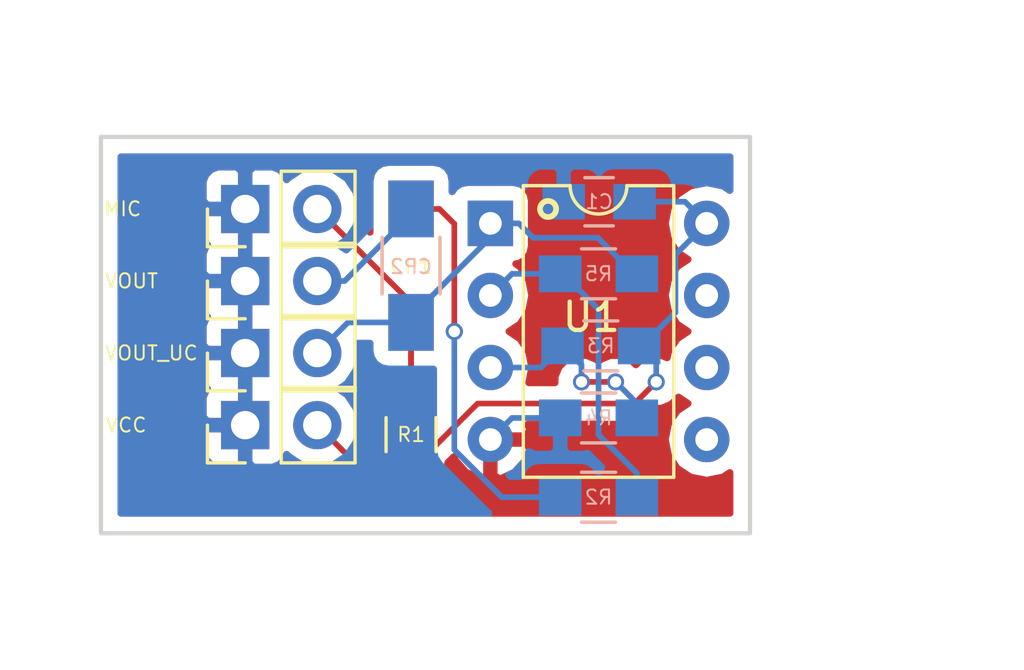
<source format=kicad_pcb>
(kicad_pcb (version 4) (host pcbnew 4.0.5)

  (general
    (links 21)
    (no_connects 2)
    (area 0 0 0 0)
    (thickness 1.6)
    (drawings 6)
    (tracks 61)
    (zones 0)
    (modules 13)
    (nets 9)
  )

  (page A4)
  (layers
    (0 F.Cu signal)
    (31 B.Cu signal)
    (32 B.Adhes user)
    (33 F.Adhes user)
    (34 B.Paste user)
    (35 F.Paste user)
    (36 B.SilkS user)
    (37 F.SilkS user)
    (38 B.Mask user)
    (39 F.Mask user)
    (40 Dwgs.User user)
    (41 Cmts.User user)
    (42 Eco1.User user)
    (43 Eco2.User user)
    (44 Edge.Cuts user)
    (45 Margin user)
    (46 B.CrtYd user)
    (47 F.CrtYd user)
    (48 B.Fab user hide)
    (49 F.Fab user hide)
  )

  (setup
    (last_trace_width 0.2)
    (trace_clearance 0.2)
    (zone_clearance 0.508)
    (zone_45_only no)
    (trace_min 0.2)
    (segment_width 0.2)
    (edge_width 0.15)
    (via_size 0.6)
    (via_drill 0.4)
    (via_min_size 0.4)
    (via_min_drill 0.3)
    (uvia_size 0.3)
    (uvia_drill 0.1)
    (uvias_allowed no)
    (uvia_min_size 0.2)
    (uvia_min_drill 0.1)
    (pcb_text_width 0.3)
    (pcb_text_size 1.5 1.5)
    (mod_edge_width 0.15)
    (mod_text_size 1 1)
    (mod_text_width 0.15)
    (pad_size 1.524 1.524)
    (pad_drill 0.762)
    (pad_to_mask_clearance 0.2)
    (aux_axis_origin 0 0)
    (visible_elements 7FFFFFFF)
    (pcbplotparams
      (layerselection 0x00030_80000001)
      (usegerberextensions false)
      (excludeedgelayer true)
      (linewidth 0.100000)
      (plotframeref false)
      (viasonmask false)
      (mode 1)
      (useauxorigin false)
      (hpglpennumber 1)
      (hpglpenspeed 20)
      (hpglpendiameter 15)
      (hpglpenoverlay 2)
      (psnegative false)
      (psa4output false)
      (plotreference true)
      (plotvalue true)
      (plotinvisibletext false)
      (padsonsilk false)
      (subtractmaskfromsilk false)
      (outputformat 1)
      (mirror false)
      (drillshape 1)
      (scaleselection 1)
      (outputdirectory ""))
  )

  (net 0 "")
  (net 1 VCC)
  (net 2 GND)
  (net 3 MIC)
  (net 4 "Net-(CP1-Pad2)")
  (net 5 VOUT_UC)
  (net 6 VOUT)
  (net 7 "Net-(R2-Pad1)")
  (net 8 "Net-(R3-Pad2)")

  (net_class Default "This is the default net class."
    (clearance 0.2)
    (trace_width 0.2)
    (via_dia 0.6)
    (via_drill 0.4)
    (uvia_dia 0.3)
    (uvia_drill 0.1)
    (add_net GND)
    (add_net MIC)
    (add_net "Net-(CP1-Pad2)")
    (add_net "Net-(R2-Pad1)")
    (add_net "Net-(R3-Pad2)")
    (add_net VCC)
    (add_net VOUT)
    (add_net VOUT_UC)
  )

  (module Capacitors_SMD:C_0805_HandSoldering (layer B.Cu) (tedit 5A3AC288) (tstamp 5A3AB999)
    (at 152.166 93.726 180)
    (descr "Capacitor SMD 0805, hand soldering")
    (tags "capacitor 0805")
    (path /5A3A8719)
    (attr smd)
    (fp_text reference C1 (at 0 0 180) (layer B.SilkS)
      (effects (font (size 0.5 0.5) (thickness 0.07)) (justify mirror))
    )
    (fp_text value 100nF (at 0 -1.75 180) (layer B.Fab)
      (effects (font (size 1 1) (thickness 0.15)) (justify mirror))
    )
    (fp_text user %R (at 0 1.75 180) (layer B.Fab)
      (effects (font (size 1 1) (thickness 0.15)) (justify mirror))
    )
    (fp_line (start -1 -0.62) (end -1 0.62) (layer B.Fab) (width 0.1))
    (fp_line (start 1 -0.62) (end -1 -0.62) (layer B.Fab) (width 0.1))
    (fp_line (start 1 0.62) (end 1 -0.62) (layer B.Fab) (width 0.1))
    (fp_line (start -1 0.62) (end 1 0.62) (layer B.Fab) (width 0.1))
    (fp_line (start 0.5 0.85) (end -0.5 0.85) (layer B.SilkS) (width 0.12))
    (fp_line (start -0.5 -0.85) (end 0.5 -0.85) (layer B.SilkS) (width 0.12))
    (fp_line (start -2.25 0.88) (end 2.25 0.88) (layer B.CrtYd) (width 0.05))
    (fp_line (start -2.25 0.88) (end -2.25 -0.87) (layer B.CrtYd) (width 0.05))
    (fp_line (start 2.25 -0.87) (end 2.25 0.88) (layer B.CrtYd) (width 0.05))
    (fp_line (start 2.25 -0.87) (end -2.25 -0.87) (layer B.CrtYd) (width 0.05))
    (pad 1 smd rect (at -1.25 0 180) (size 1.5 1.25) (layers B.Cu B.Paste B.Mask)
      (net 1 VCC))
    (pad 2 smd rect (at 1.25 0 180) (size 1.5 1.25) (layers B.Cu B.Paste B.Mask)
      (net 2 GND))
    (model Capacitors_SMD.3dshapes/C_0805.wrl
      (at (xyz 0 0 0))
      (scale (xyz 1 1 1))
      (rotate (xyz 0 0 0))
    )
  )

  (module Capacitors_SMD:C_1206_HandSoldering (layer F.Cu) (tedit 5A3AC19B) (tstamp 5A3AB9AA)
    (at 145.542 95.98 90)
    (descr "Capacitor SMD 1206, hand soldering")
    (tags "capacitor 1206")
    (path /5A3A81A7)
    (attr smd)
    (fp_text reference CP1 (at -0.032 0 180) (layer F.SilkS)
      (effects (font (size 0.5 0.5) (thickness 0.07)))
    )
    (fp_text value 10uF (at 0 2 90) (layer F.Fab)
      (effects (font (size 1 1) (thickness 0.15)))
    )
    (fp_text user %R (at 0 -1.75 90) (layer F.Fab)
      (effects (font (size 1 1) (thickness 0.15)))
    )
    (fp_line (start -1.6 0.8) (end -1.6 -0.8) (layer F.Fab) (width 0.1))
    (fp_line (start 1.6 0.8) (end -1.6 0.8) (layer F.Fab) (width 0.1))
    (fp_line (start 1.6 -0.8) (end 1.6 0.8) (layer F.Fab) (width 0.1))
    (fp_line (start -1.6 -0.8) (end 1.6 -0.8) (layer F.Fab) (width 0.1))
    (fp_line (start 1 -1.02) (end -1 -1.02) (layer F.SilkS) (width 0.12))
    (fp_line (start -1 1.02) (end 1 1.02) (layer F.SilkS) (width 0.12))
    (fp_line (start -3.25 -1.05) (end 3.25 -1.05) (layer F.CrtYd) (width 0.05))
    (fp_line (start -3.25 -1.05) (end -3.25 1.05) (layer F.CrtYd) (width 0.05))
    (fp_line (start 3.25 1.05) (end 3.25 -1.05) (layer F.CrtYd) (width 0.05))
    (fp_line (start 3.25 1.05) (end -3.25 1.05) (layer F.CrtYd) (width 0.05))
    (pad 1 smd rect (at -2 0 90) (size 2 1.6) (layers F.Cu F.Paste F.Mask)
      (net 3 MIC))
    (pad 2 smd rect (at 2 0 90) (size 2 1.6) (layers F.Cu F.Paste F.Mask)
      (net 4 "Net-(CP1-Pad2)"))
    (model Capacitors_SMD.3dshapes/C_1206.wrl
      (at (xyz 0 0 0))
      (scale (xyz 1 1 1))
      (rotate (xyz 0 0 0))
    )
  )

  (module Capacitors_SMD:C_1206_HandSoldering (layer B.Cu) (tedit 5A3AC2AA) (tstamp 5A3AB9BB)
    (at 145.542 95.98 90)
    (descr "Capacitor SMD 1206, hand soldering")
    (tags "capacitor 1206")
    (path /5A3A82D8)
    (attr smd)
    (fp_text reference CP2 (at -0.032 0 180) (layer B.SilkS)
      (effects (font (size 0.5 0.5) (thickness 0.07)) (justify mirror))
    )
    (fp_text value 220uF (at 0 -2 90) (layer B.Fab)
      (effects (font (size 1 1) (thickness 0.15)) (justify mirror))
    )
    (fp_text user %R (at 0 1.75 90) (layer B.Fab)
      (effects (font (size 1 1) (thickness 0.15)) (justify mirror))
    )
    (fp_line (start -1.6 -0.8) (end -1.6 0.8) (layer B.Fab) (width 0.1))
    (fp_line (start 1.6 -0.8) (end -1.6 -0.8) (layer B.Fab) (width 0.1))
    (fp_line (start 1.6 0.8) (end 1.6 -0.8) (layer B.Fab) (width 0.1))
    (fp_line (start -1.6 0.8) (end 1.6 0.8) (layer B.Fab) (width 0.1))
    (fp_line (start 1 1.02) (end -1 1.02) (layer B.SilkS) (width 0.12))
    (fp_line (start -1 -1.02) (end 1 -1.02) (layer B.SilkS) (width 0.12))
    (fp_line (start -3.25 1.05) (end 3.25 1.05) (layer B.CrtYd) (width 0.05))
    (fp_line (start -3.25 1.05) (end -3.25 -1.05) (layer B.CrtYd) (width 0.05))
    (fp_line (start 3.25 -1.05) (end 3.25 1.05) (layer B.CrtYd) (width 0.05))
    (fp_line (start 3.25 -1.05) (end -3.25 -1.05) (layer B.CrtYd) (width 0.05))
    (pad 1 smd rect (at -2 0 90) (size 2 1.6) (layers B.Cu B.Paste B.Mask)
      (net 5 VOUT_UC))
    (pad 2 smd rect (at 2 0 90) (size 2 1.6) (layers B.Cu B.Paste B.Mask)
      (net 6 VOUT))
    (model Capacitors_SMD.3dshapes/C_1206.wrl
      (at (xyz 0 0 0))
      (scale (xyz 1 1 1))
      (rotate (xyz 0 0 0))
    )
  )

  (module Pin_Headers:Pin_Header_Straight_1x02_Pitch2.54mm (layer F.Cu) (tedit 5A3AC0F6) (tstamp 5A3AB9D1)
    (at 139.7 93.98 90)
    (descr "Through hole straight pin header, 1x02, 2.54mm pitch, single row")
    (tags "Through hole pin header THT 1x02 2.54mm single row")
    (path /5A3A9B00)
    (fp_text reference MIC (at 0 -4.318 180) (layer F.SilkS)
      (effects (font (size 0.5 0.5) (thickness 0.07)))
    )
    (fp_text value CONN_01X02 (at 0 4.87 90) (layer F.Fab)
      (effects (font (size 1 1) (thickness 0.15)))
    )
    (fp_line (start -0.635 -1.27) (end 1.27 -1.27) (layer F.Fab) (width 0.1))
    (fp_line (start 1.27 -1.27) (end 1.27 3.81) (layer F.Fab) (width 0.1))
    (fp_line (start 1.27 3.81) (end -1.27 3.81) (layer F.Fab) (width 0.1))
    (fp_line (start -1.27 3.81) (end -1.27 -0.635) (layer F.Fab) (width 0.1))
    (fp_line (start -1.27 -0.635) (end -0.635 -1.27) (layer F.Fab) (width 0.1))
    (fp_line (start -1.33 3.87) (end 1.33 3.87) (layer F.SilkS) (width 0.12))
    (fp_line (start -1.33 1.27) (end -1.33 3.87) (layer F.SilkS) (width 0.12))
    (fp_line (start 1.33 1.27) (end 1.33 3.87) (layer F.SilkS) (width 0.12))
    (fp_line (start -1.33 1.27) (end 1.33 1.27) (layer F.SilkS) (width 0.12))
    (fp_line (start -1.33 0) (end -1.33 -1.33) (layer F.SilkS) (width 0.12))
    (fp_line (start -1.33 -1.33) (end 0 -1.33) (layer F.SilkS) (width 0.12))
    (fp_line (start -1.8 -1.8) (end -1.8 4.35) (layer F.CrtYd) (width 0.05))
    (fp_line (start -1.8 4.35) (end 1.8 4.35) (layer F.CrtYd) (width 0.05))
    (fp_line (start 1.8 4.35) (end 1.8 -1.8) (layer F.CrtYd) (width 0.05))
    (fp_line (start 1.8 -1.8) (end -1.8 -1.8) (layer F.CrtYd) (width 0.05))
    (fp_text user %R (at 0 1.27 180) (layer F.Fab)
      (effects (font (size 1 1) (thickness 0.15)))
    )
    (pad 1 thru_hole rect (at 0 0 90) (size 1.7 1.7) (drill 1) (layers *.Cu *.Mask)
      (net 2 GND))
    (pad 2 thru_hole oval (at 0 2.54 90) (size 1.7 1.7) (drill 1) (layers *.Cu *.Mask)
      (net 3 MIC))
    (model ${KISYS3DMOD}/Pin_Headers.3dshapes/Pin_Header_Straight_1x02_Pitch2.54mm.wrl
      (at (xyz 0 0 0))
      (scale (xyz 1 1 1))
      (rotate (xyz 0 0 0))
    )
  )

  (module Pin_Headers:Pin_Header_Straight_1x02_Pitch2.54mm (layer F.Cu) (tedit 5A3AC0E4) (tstamp 5A3AB9E7)
    (at 139.7 96.52 90)
    (descr "Through hole straight pin header, 1x02, 2.54mm pitch, single row")
    (tags "Through hole pin header THT 1x02 2.54mm single row")
    (path /5A3A9FAB)
    (fp_text reference VOUT (at 0 -4.0005 180) (layer F.SilkS)
      (effects (font (size 0.5 0.5) (thickness 0.07)))
    )
    (fp_text value CONN_01X02 (at 0 4.87 90) (layer F.Fab)
      (effects (font (size 1 1) (thickness 0.15)))
    )
    (fp_line (start -0.635 -1.27) (end 1.27 -1.27) (layer F.Fab) (width 0.1))
    (fp_line (start 1.27 -1.27) (end 1.27 3.81) (layer F.Fab) (width 0.1))
    (fp_line (start 1.27 3.81) (end -1.27 3.81) (layer F.Fab) (width 0.1))
    (fp_line (start -1.27 3.81) (end -1.27 -0.635) (layer F.Fab) (width 0.1))
    (fp_line (start -1.27 -0.635) (end -0.635 -1.27) (layer F.Fab) (width 0.1))
    (fp_line (start -1.33 3.87) (end 1.33 3.87) (layer F.SilkS) (width 0.12))
    (fp_line (start -1.33 1.27) (end -1.33 3.87) (layer F.SilkS) (width 0.12))
    (fp_line (start 1.33 1.27) (end 1.33 3.87) (layer F.SilkS) (width 0.12))
    (fp_line (start -1.33 1.27) (end 1.33 1.27) (layer F.SilkS) (width 0.12))
    (fp_line (start -1.33 0) (end -1.33 -1.33) (layer F.SilkS) (width 0.12))
    (fp_line (start -1.33 -1.33) (end 0 -1.33) (layer F.SilkS) (width 0.12))
    (fp_line (start -1.8 -1.8) (end -1.8 4.35) (layer F.CrtYd) (width 0.05))
    (fp_line (start -1.8 4.35) (end 1.8 4.35) (layer F.CrtYd) (width 0.05))
    (fp_line (start 1.8 4.35) (end 1.8 -1.8) (layer F.CrtYd) (width 0.05))
    (fp_line (start 1.8 -1.8) (end -1.8 -1.8) (layer F.CrtYd) (width 0.05))
    (fp_text user %R (at 0 1.27 180) (layer F.Fab)
      (effects (font (size 1 1) (thickness 0.15)))
    )
    (pad 1 thru_hole rect (at 0 0 90) (size 1.7 1.7) (drill 1) (layers *.Cu *.Mask)
      (net 2 GND))
    (pad 2 thru_hole oval (at 0 2.54 90) (size 1.7 1.7) (drill 1) (layers *.Cu *.Mask)
      (net 6 VOUT))
    (model ${KISYS3DMOD}/Pin_Headers.3dshapes/Pin_Header_Straight_1x02_Pitch2.54mm.wrl
      (at (xyz 0 0 0))
      (scale (xyz 1 1 1))
      (rotate (xyz 0 0 0))
    )
  )

  (module Pin_Headers:Pin_Header_Straight_1x02_Pitch2.54mm (layer F.Cu) (tedit 5A3AC10F) (tstamp 5A3AB9FD)
    (at 139.7 99.06 90)
    (descr "Through hole straight pin header, 1x02, 2.54mm pitch, single row")
    (tags "Through hole pin header THT 1x02 2.54mm single row")
    (path /5A3AA000)
    (fp_text reference VOUT_UC (at 0 -3.302 180) (layer F.SilkS)
      (effects (font (size 0.5 0.5) (thickness 0.07)))
    )
    (fp_text value CONN_01X02 (at 0 4.87 90) (layer F.Fab)
      (effects (font (size 1 1) (thickness 0.15)))
    )
    (fp_line (start -0.635 -1.27) (end 1.27 -1.27) (layer F.Fab) (width 0.1))
    (fp_line (start 1.27 -1.27) (end 1.27 3.81) (layer F.Fab) (width 0.1))
    (fp_line (start 1.27 3.81) (end -1.27 3.81) (layer F.Fab) (width 0.1))
    (fp_line (start -1.27 3.81) (end -1.27 -0.635) (layer F.Fab) (width 0.1))
    (fp_line (start -1.27 -0.635) (end -0.635 -1.27) (layer F.Fab) (width 0.1))
    (fp_line (start -1.33 3.87) (end 1.33 3.87) (layer F.SilkS) (width 0.12))
    (fp_line (start -1.33 1.27) (end -1.33 3.87) (layer F.SilkS) (width 0.12))
    (fp_line (start 1.33 1.27) (end 1.33 3.87) (layer F.SilkS) (width 0.12))
    (fp_line (start -1.33 1.27) (end 1.33 1.27) (layer F.SilkS) (width 0.12))
    (fp_line (start -1.33 0) (end -1.33 -1.33) (layer F.SilkS) (width 0.12))
    (fp_line (start -1.33 -1.33) (end 0 -1.33) (layer F.SilkS) (width 0.12))
    (fp_line (start -1.8 -1.8) (end -1.8 4.35) (layer F.CrtYd) (width 0.05))
    (fp_line (start -1.8 4.35) (end 1.8 4.35) (layer F.CrtYd) (width 0.05))
    (fp_line (start 1.8 4.35) (end 1.8 -1.8) (layer F.CrtYd) (width 0.05))
    (fp_line (start 1.8 -1.8) (end -1.8 -1.8) (layer F.CrtYd) (width 0.05))
    (fp_text user %R (at 0 1.27 180) (layer F.Fab)
      (effects (font (size 1 1) (thickness 0.15)))
    )
    (pad 1 thru_hole rect (at 0 0 90) (size 1.7 1.7) (drill 1) (layers *.Cu *.Mask)
      (net 2 GND))
    (pad 2 thru_hole oval (at 0 2.54 90) (size 1.7 1.7) (drill 1) (layers *.Cu *.Mask)
      (net 5 VOUT_UC))
    (model ${KISYS3DMOD}/Pin_Headers.3dshapes/Pin_Header_Straight_1x02_Pitch2.54mm.wrl
      (at (xyz 0 0 0))
      (scale (xyz 1 1 1))
      (rotate (xyz 0 0 0))
    )
  )

  (module Pin_Headers:Pin_Header_Straight_1x02_Pitch2.54mm (layer F.Cu) (tedit 5A3AC13B) (tstamp 5A3ABA13)
    (at 139.7 101.6 90)
    (descr "Through hole straight pin header, 1x02, 2.54mm pitch, single row")
    (tags "Through hole pin header THT 1x02 2.54mm single row")
    (path /5A3AA180)
    (fp_text reference VCC (at 0 -4.191 180) (layer F.SilkS)
      (effects (font (size 0.5 0.5) (thickness 0.07)))
    )
    (fp_text value CONN_01X02 (at 0 4.87 90) (layer F.Fab)
      (effects (font (size 1 1) (thickness 0.15)))
    )
    (fp_line (start -0.635 -1.27) (end 1.27 -1.27) (layer F.Fab) (width 0.1))
    (fp_line (start 1.27 -1.27) (end 1.27 3.81) (layer F.Fab) (width 0.1))
    (fp_line (start 1.27 3.81) (end -1.27 3.81) (layer F.Fab) (width 0.1))
    (fp_line (start -1.27 3.81) (end -1.27 -0.635) (layer F.Fab) (width 0.1))
    (fp_line (start -1.27 -0.635) (end -0.635 -1.27) (layer F.Fab) (width 0.1))
    (fp_line (start -1.33 3.87) (end 1.33 3.87) (layer F.SilkS) (width 0.12))
    (fp_line (start -1.33 1.27) (end -1.33 3.87) (layer F.SilkS) (width 0.12))
    (fp_line (start 1.33 1.27) (end 1.33 3.87) (layer F.SilkS) (width 0.12))
    (fp_line (start -1.33 1.27) (end 1.33 1.27) (layer F.SilkS) (width 0.12))
    (fp_line (start -1.33 0) (end -1.33 -1.33) (layer F.SilkS) (width 0.12))
    (fp_line (start -1.33 -1.33) (end 0 -1.33) (layer F.SilkS) (width 0.12))
    (fp_line (start -1.8 -1.8) (end -1.8 4.35) (layer F.CrtYd) (width 0.05))
    (fp_line (start -1.8 4.35) (end 1.8 4.35) (layer F.CrtYd) (width 0.05))
    (fp_line (start 1.8 4.35) (end 1.8 -1.8) (layer F.CrtYd) (width 0.05))
    (fp_line (start 1.8 -1.8) (end -1.8 -1.8) (layer F.CrtYd) (width 0.05))
    (fp_text user %R (at 0 1.27 180) (layer F.Fab)
      (effects (font (size 1 1) (thickness 0.15)))
    )
    (pad 1 thru_hole rect (at 0 0 90) (size 1.7 1.7) (drill 1) (layers *.Cu *.Mask)
      (net 2 GND))
    (pad 2 thru_hole oval (at 0 2.54 90) (size 1.7 1.7) (drill 1) (layers *.Cu *.Mask)
      (net 1 VCC))
    (model ${KISYS3DMOD}/Pin_Headers.3dshapes/Pin_Header_Straight_1x02_Pitch2.54mm.wrl
      (at (xyz 0 0 0))
      (scale (xyz 1 1 1))
      (rotate (xyz 0 0 0))
    )
  )

  (module Resistors_SMD:R_0805_HandSoldering (layer F.Cu) (tedit 5A3AC1BB) (tstamp 5A3ABA24)
    (at 145.542 101.934 90)
    (descr "Resistor SMD 0805, hand soldering")
    (tags "resistor 0805")
    (path /5A3A8078)
    (attr smd)
    (fp_text reference R1 (at 0 0 180) (layer F.SilkS)
      (effects (font (size 0.5 0.5) (thickness 0.07)))
    )
    (fp_text value 10K (at 0 1.75 90) (layer F.Fab)
      (effects (font (size 1 1) (thickness 0.15)))
    )
    (fp_text user %R (at 0 0 90) (layer F.Fab)
      (effects (font (size 0.5 0.5) (thickness 0.075)))
    )
    (fp_line (start -1 0.62) (end -1 -0.62) (layer F.Fab) (width 0.1))
    (fp_line (start 1 0.62) (end -1 0.62) (layer F.Fab) (width 0.1))
    (fp_line (start 1 -0.62) (end 1 0.62) (layer F.Fab) (width 0.1))
    (fp_line (start -1 -0.62) (end 1 -0.62) (layer F.Fab) (width 0.1))
    (fp_line (start 0.6 0.88) (end -0.6 0.88) (layer F.SilkS) (width 0.12))
    (fp_line (start -0.6 -0.88) (end 0.6 -0.88) (layer F.SilkS) (width 0.12))
    (fp_line (start -2.35 -0.9) (end 2.35 -0.9) (layer F.CrtYd) (width 0.05))
    (fp_line (start -2.35 -0.9) (end -2.35 0.9) (layer F.CrtYd) (width 0.05))
    (fp_line (start 2.35 0.9) (end 2.35 -0.9) (layer F.CrtYd) (width 0.05))
    (fp_line (start 2.35 0.9) (end -2.35 0.9) (layer F.CrtYd) (width 0.05))
    (pad 1 smd rect (at -1.35 0 90) (size 1.5 1.3) (layers F.Cu F.Paste F.Mask)
      (net 1 VCC))
    (pad 2 smd rect (at 1.35 0 90) (size 1.5 1.3) (layers F.Cu F.Paste F.Mask)
      (net 3 MIC))
    (model ${KISYS3DMOD}/Resistors_SMD.3dshapes/R_0805.wrl
      (at (xyz 0 0 0))
      (scale (xyz 1 1 1))
      (rotate (xyz 0 0 0))
    )
  )

  (module Resistors_SMD:R_0805_HandSoldering (layer B.Cu) (tedit 5A3AC1FE) (tstamp 5A3ABA35)
    (at 152.146 104.14 180)
    (descr "Resistor SMD 0805, hand soldering")
    (tags "resistor 0805")
    (path /5A3A80EB)
    (attr smd)
    (fp_text reference R2 (at 0 0 180) (layer B.SilkS)
      (effects (font (size 0.5 0.5) (thickness 0.07)) (justify mirror))
    )
    (fp_text value 1K (at 0 -1.75 180) (layer B.Fab)
      (effects (font (size 1 1) (thickness 0.15)) (justify mirror))
    )
    (fp_text user %R (at 0 0 180) (layer B.Fab)
      (effects (font (size 0.5 0.5) (thickness 0.075)) (justify mirror))
    )
    (fp_line (start -1 -0.62) (end -1 0.62) (layer B.Fab) (width 0.1))
    (fp_line (start 1 -0.62) (end -1 -0.62) (layer B.Fab) (width 0.1))
    (fp_line (start 1 0.62) (end 1 -0.62) (layer B.Fab) (width 0.1))
    (fp_line (start -1 0.62) (end 1 0.62) (layer B.Fab) (width 0.1))
    (fp_line (start 0.6 -0.88) (end -0.6 -0.88) (layer B.SilkS) (width 0.12))
    (fp_line (start -0.6 0.88) (end 0.6 0.88) (layer B.SilkS) (width 0.12))
    (fp_line (start -2.35 0.9) (end 2.35 0.9) (layer B.CrtYd) (width 0.05))
    (fp_line (start -2.35 0.9) (end -2.35 -0.9) (layer B.CrtYd) (width 0.05))
    (fp_line (start 2.35 -0.9) (end 2.35 0.9) (layer B.CrtYd) (width 0.05))
    (fp_line (start 2.35 -0.9) (end -2.35 -0.9) (layer B.CrtYd) (width 0.05))
    (pad 1 smd rect (at -1.35 0 180) (size 1.5 1.3) (layers B.Cu B.Paste B.Mask)
      (net 7 "Net-(R2-Pad1)"))
    (pad 2 smd rect (at 1.35 0 180) (size 1.5 1.3) (layers B.Cu B.Paste B.Mask)
      (net 4 "Net-(CP1-Pad2)"))
    (model ${KISYS3DMOD}/Resistors_SMD.3dshapes/R_0805.wrl
      (at (xyz 0 0 0))
      (scale (xyz 1 1 1))
      (rotate (xyz 0 0 0))
    )
  )

  (module Resistors_SMD:R_0805_HandSoldering (layer B.Cu) (tedit 5A3AC262) (tstamp 5A3ABA46)
    (at 152.226 98.806 180)
    (descr "Resistor SMD 0805, hand soldering")
    (tags "resistor 0805")
    (path /5A3A7F73)
    (attr smd)
    (fp_text reference R3 (at 0 0 180) (layer B.SilkS)
      (effects (font (size 0.5 0.5) (thickness 0.07)) (justify mirror))
    )
    (fp_text value 10K (at 0 -1.75 180) (layer B.Fab)
      (effects (font (size 1 1) (thickness 0.15)) (justify mirror))
    )
    (fp_text user %R (at 0 0 180) (layer B.Fab)
      (effects (font (size 0.5 0.5) (thickness 0.075)) (justify mirror))
    )
    (fp_line (start -1 -0.62) (end -1 0.62) (layer B.Fab) (width 0.1))
    (fp_line (start 1 -0.62) (end -1 -0.62) (layer B.Fab) (width 0.1))
    (fp_line (start 1 0.62) (end 1 -0.62) (layer B.Fab) (width 0.1))
    (fp_line (start -1 0.62) (end 1 0.62) (layer B.Fab) (width 0.1))
    (fp_line (start 0.6 -0.88) (end -0.6 -0.88) (layer B.SilkS) (width 0.12))
    (fp_line (start -0.6 0.88) (end 0.6 0.88) (layer B.SilkS) (width 0.12))
    (fp_line (start -2.35 0.9) (end 2.35 0.9) (layer B.CrtYd) (width 0.05))
    (fp_line (start -2.35 0.9) (end -2.35 -0.9) (layer B.CrtYd) (width 0.05))
    (fp_line (start 2.35 -0.9) (end 2.35 0.9) (layer B.CrtYd) (width 0.05))
    (fp_line (start 2.35 -0.9) (end -2.35 -0.9) (layer B.CrtYd) (width 0.05))
    (pad 1 smd rect (at -1.35 0 180) (size 1.5 1.3) (layers B.Cu B.Paste B.Mask)
      (net 1 VCC))
    (pad 2 smd rect (at 1.35 0 180) (size 1.5 1.3) (layers B.Cu B.Paste B.Mask)
      (net 8 "Net-(R3-Pad2)"))
    (model ${KISYS3DMOD}/Resistors_SMD.3dshapes/R_0805.wrl
      (at (xyz 0 0 0))
      (scale (xyz 1 1 1))
      (rotate (xyz 0 0 0))
    )
  )

  (module Resistors_SMD:R_0805_HandSoldering (layer B.Cu) (tedit 5A3AC255) (tstamp 5A3ABA57)
    (at 152.146 101.346 180)
    (descr "Resistor SMD 0805, hand soldering")
    (tags "resistor 0805")
    (path /5A3A7FC8)
    (attr smd)
    (fp_text reference R4 (at 0 0 180) (layer B.SilkS)
      (effects (font (size 0.5 0.5) (thickness 0.07)) (justify mirror))
    )
    (fp_text value 10K (at 0 -1.75 180) (layer B.Fab)
      (effects (font (size 1 1) (thickness 0.15)) (justify mirror))
    )
    (fp_text user %R (at 0 0 180) (layer B.Fab)
      (effects (font (size 0.5 0.5) (thickness 0.075)) (justify mirror))
    )
    (fp_line (start -1 -0.62) (end -1 0.62) (layer B.Fab) (width 0.1))
    (fp_line (start 1 -0.62) (end -1 -0.62) (layer B.Fab) (width 0.1))
    (fp_line (start 1 0.62) (end 1 -0.62) (layer B.Fab) (width 0.1))
    (fp_line (start -1 0.62) (end 1 0.62) (layer B.Fab) (width 0.1))
    (fp_line (start 0.6 -0.88) (end -0.6 -0.88) (layer B.SilkS) (width 0.12))
    (fp_line (start -0.6 0.88) (end 0.6 0.88) (layer B.SilkS) (width 0.12))
    (fp_line (start -2.35 0.9) (end 2.35 0.9) (layer B.CrtYd) (width 0.05))
    (fp_line (start -2.35 0.9) (end -2.35 -0.9) (layer B.CrtYd) (width 0.05))
    (fp_line (start 2.35 -0.9) (end 2.35 0.9) (layer B.CrtYd) (width 0.05))
    (fp_line (start 2.35 -0.9) (end -2.35 -0.9) (layer B.CrtYd) (width 0.05))
    (pad 1 smd rect (at -1.35 0 180) (size 1.5 1.3) (layers B.Cu B.Paste B.Mask)
      (net 8 "Net-(R3-Pad2)"))
    (pad 2 smd rect (at 1.35 0 180) (size 1.5 1.3) (layers B.Cu B.Paste B.Mask)
      (net 2 GND))
    (model ${KISYS3DMOD}/Resistors_SMD.3dshapes/R_0805.wrl
      (at (xyz 0 0 0))
      (scale (xyz 1 1 1))
      (rotate (xyz 0 0 0))
    )
  )

  (module Resistors_SMD:R_0805_HandSoldering (layer B.Cu) (tedit 5A3AC27B) (tstamp 5A3ABA68)
    (at 152.146 96.266 180)
    (descr "Resistor SMD 0805, hand soldering")
    (tags "resistor 0805")
    (path /5A3A7FFB)
    (attr smd)
    (fp_text reference R5 (at 0 0 180) (layer B.SilkS)
      (effects (font (size 0.5 0.5) (thickness 0.07)) (justify mirror))
    )
    (fp_text value 100K (at 0 -1.75 180) (layer B.Fab)
      (effects (font (size 1 1) (thickness 0.15)) (justify mirror))
    )
    (fp_text user %R (at 0 0 180) (layer B.Fab)
      (effects (font (size 0.5 0.5) (thickness 0.075)) (justify mirror))
    )
    (fp_line (start -1 -0.62) (end -1 0.62) (layer B.Fab) (width 0.1))
    (fp_line (start 1 -0.62) (end -1 -0.62) (layer B.Fab) (width 0.1))
    (fp_line (start 1 0.62) (end 1 -0.62) (layer B.Fab) (width 0.1))
    (fp_line (start -1 0.62) (end 1 0.62) (layer B.Fab) (width 0.1))
    (fp_line (start 0.6 -0.88) (end -0.6 -0.88) (layer B.SilkS) (width 0.12))
    (fp_line (start -0.6 0.88) (end 0.6 0.88) (layer B.SilkS) (width 0.12))
    (fp_line (start -2.35 0.9) (end 2.35 0.9) (layer B.CrtYd) (width 0.05))
    (fp_line (start -2.35 0.9) (end -2.35 -0.9) (layer B.CrtYd) (width 0.05))
    (fp_line (start 2.35 -0.9) (end 2.35 0.9) (layer B.CrtYd) (width 0.05))
    (fp_line (start 2.35 -0.9) (end -2.35 -0.9) (layer B.CrtYd) (width 0.05))
    (pad 1 smd rect (at -1.35 0 180) (size 1.5 1.3) (layers B.Cu B.Paste B.Mask)
      (net 5 VOUT_UC))
    (pad 2 smd rect (at 1.35 0 180) (size 1.5 1.3) (layers B.Cu B.Paste B.Mask)
      (net 7 "Net-(R2-Pad1)"))
    (model ${KISYS3DMOD}/Resistors_SMD.3dshapes/R_0805.wrl
      (at (xyz 0 0 0))
      (scale (xyz 1 1 1))
      (rotate (xyz 0 0 0))
    )
  )

  (module Housings_DIP:DIP-8_W7.62mm (layer F.Cu) (tedit 59C78D6B) (tstamp 5A3ABA84)
    (at 148.336 94.488)
    (descr "8-lead though-hole mounted DIP package, row spacing 7.62 mm (300 mils)")
    (tags "THT DIP DIL PDIP 2.54mm 7.62mm 300mil")
    (path /5A3A7F0E)
    (fp_text reference U1 (at 3.556 3.302) (layer F.SilkS)
      (effects (font (size 1 1) (thickness 0.15)))
    )
    (fp_text value LM358 (at 3.81 9.95) (layer F.Fab)
      (effects (font (size 1 1) (thickness 0.15)))
    )
    (fp_arc (start 3.81 -1.33) (end 2.81 -1.33) (angle -180) (layer F.SilkS) (width 0.12))
    (fp_line (start 1.635 -1.27) (end 6.985 -1.27) (layer F.Fab) (width 0.1))
    (fp_line (start 6.985 -1.27) (end 6.985 8.89) (layer F.Fab) (width 0.1))
    (fp_line (start 6.985 8.89) (end 0.635 8.89) (layer F.Fab) (width 0.1))
    (fp_line (start 0.635 8.89) (end 0.635 -0.27) (layer F.Fab) (width 0.1))
    (fp_line (start 0.635 -0.27) (end 1.635 -1.27) (layer F.Fab) (width 0.1))
    (fp_line (start 2.81 -1.33) (end 1.16 -1.33) (layer F.SilkS) (width 0.12))
    (fp_line (start 1.16 -1.33) (end 1.16 8.95) (layer F.SilkS) (width 0.12))
    (fp_line (start 1.16 8.95) (end 6.46 8.95) (layer F.SilkS) (width 0.12))
    (fp_line (start 6.46 8.95) (end 6.46 -1.33) (layer F.SilkS) (width 0.12))
    (fp_line (start 6.46 -1.33) (end 4.81 -1.33) (layer F.SilkS) (width 0.12))
    (fp_line (start -1.1 -1.55) (end -1.1 9.15) (layer F.CrtYd) (width 0.05))
    (fp_line (start -1.1 9.15) (end 8.7 9.15) (layer F.CrtYd) (width 0.05))
    (fp_line (start 8.7 9.15) (end 8.7 -1.55) (layer F.CrtYd) (width 0.05))
    (fp_line (start 8.7 -1.55) (end -1.1 -1.55) (layer F.CrtYd) (width 0.05))
    (fp_text user %R (at 3.81 3.81) (layer F.Fab)
      (effects (font (size 1 1) (thickness 0.15)))
    )
    (pad 1 thru_hole rect (at 0 0) (size 1.6 1.6) (drill 0.8) (layers *.Cu *.Mask)
      (net 5 VOUT_UC))
    (pad 5 thru_hole oval (at 7.62 7.62) (size 1.6 1.6) (drill 0.8) (layers *.Cu *.Mask))
    (pad 2 thru_hole oval (at 0 2.54) (size 1.6 1.6) (drill 0.8) (layers *.Cu *.Mask)
      (net 7 "Net-(R2-Pad1)"))
    (pad 6 thru_hole oval (at 7.62 5.08) (size 1.6 1.6) (drill 0.8) (layers *.Cu *.Mask))
    (pad 3 thru_hole oval (at 0 5.08) (size 1.6 1.6) (drill 0.8) (layers *.Cu *.Mask)
      (net 8 "Net-(R3-Pad2)"))
    (pad 7 thru_hole oval (at 7.62 2.54) (size 1.6 1.6) (drill 0.8) (layers *.Cu *.Mask))
    (pad 4 thru_hole oval (at 0 7.62) (size 1.6 1.6) (drill 0.8) (layers *.Cu *.Mask)
      (net 2 GND))
    (pad 8 thru_hole oval (at 7.62 0) (size 1.6 1.6) (drill 0.8) (layers *.Cu *.Mask)
      (net 1 VCC))
    (model ${KISYS3DMOD}/Housings_DIP.3dshapes/DIP-8_W7.62mm.wrl
      (at (xyz 0 0 0))
      (scale (xyz 1 1 1))
      (rotate (xyz 0 0 0))
    )
  )

  (gr_text "Miracle CSP '17" (at 139.7 104.267) (layer F.Mask)
    (effects (font (size 0.7 0.7) (thickness 0.1)))
  )
  (gr_circle (center 150.368 93.98) (end 150.622 93.853) (layer F.SilkS) (width 0.2))
  (gr_line (start 134.62 105.41) (end 134.62 91.44) (layer Edge.Cuts) (width 0.15))
  (gr_line (start 157.48 105.41) (end 134.62 105.41) (layer Edge.Cuts) (width 0.15))
  (gr_line (start 157.48 91.44) (end 157.48 105.41) (layer Edge.Cuts) (width 0.15))
  (gr_line (start 134.62 91.44) (end 157.48 91.44) (layer Edge.Cuts) (width 0.15))

  (segment (start 154.178 100.076) (end 154.178 99.408) (width 0.2) (layer B.Cu) (net 1))
  (segment (start 154.178 99.408) (end 153.576 98.806) (width 0.2) (layer B.Cu) (net 1))
  (segment (start 145.542 103.284) (end 145.542 103.184) (width 0.2) (layer F.Cu) (net 1))
  (segment (start 145.542 103.184) (end 147.888 100.838) (width 0.2) (layer F.Cu) (net 1))
  (segment (start 147.888 100.838) (end 153.416 100.838) (width 0.2) (layer F.Cu) (net 1))
  (segment (start 153.416 100.838) (end 154.178 100.076) (width 0.2) (layer F.Cu) (net 1))
  (segment (start 153.416 93.726) (end 155.194 93.726) (width 0.2) (layer B.Cu) (net 1))
  (segment (start 155.194 93.726) (end 155.956 94.488) (width 0.2) (layer B.Cu) (net 1))
  (segment (start 153.576 98.806) (end 153.676 98.806) (width 0.2) (layer B.Cu) (net 1))
  (segment (start 153.676 98.806) (end 154.855999 97.626001) (width 0.2) (layer B.Cu) (net 1))
  (segment (start 154.855999 97.626001) (end 154.855999 95.588001) (width 0.2) (layer B.Cu) (net 1))
  (segment (start 154.855999 95.588001) (end 155.156001 95.287999) (width 0.2) (layer B.Cu) (net 1))
  (segment (start 155.156001 95.287999) (end 155.956 94.488) (width 0.2) (layer B.Cu) (net 1))
  (segment (start 153.416 98.966) (end 153.576 98.806) (width 0.2) (layer B.Cu) (net 1))
  (via (at 154.178 100.076) (size 0.6) (drill 0.4) (layers F.Cu B.Cu) (net 1))
  (segment (start 145.542 103.284) (end 143.924 103.284) (width 0.2) (layer F.Cu) (net 1))
  (segment (start 143.924 103.284) (end 142.24 101.6) (width 0.2) (layer F.Cu) (net 1))
  (segment (start 150.796 101.346) (end 149.098 101.346) (width 0.2) (layer B.Cu) (net 2))
  (segment (start 149.098 101.346) (end 148.336 102.108) (width 0.2) (layer B.Cu) (net 2))
  (segment (start 145.542 100.584) (end 145.542 97.282) (width 0.2) (layer F.Cu) (net 3))
  (segment (start 145.542 97.282) (end 142.24 93.98) (width 0.2) (layer F.Cu) (net 3))
  (segment (start 145.542 100.584) (end 145.542 99.634) (width 0.2) (layer F.Cu) (net 3))
  (segment (start 145.542 99.634) (end 145.542 97.98) (width 0.2) (layer F.Cu) (net 3))
  (segment (start 147.066 98.298) (end 147.066 94.504) (width 0.2) (layer F.Cu) (net 4))
  (segment (start 147.066 94.504) (end 146.542 93.98) (width 0.2) (layer F.Cu) (net 4))
  (segment (start 146.542 93.98) (end 145.542 93.98) (width 0.2) (layer F.Cu) (net 4))
  (via (at 147.066 98.298) (size 0.6) (drill 0.4) (layers F.Cu B.Cu) (net 4) (status 1000000))
  (segment (start 150.796 104.14) (end 148.739998 104.14) (width 0.2) (layer B.Cu) (net 4))
  (segment (start 148.739998 104.14) (end 147.066 102.466002) (width 0.2) (layer B.Cu) (net 4))
  (segment (start 147.066 102.466002) (end 147.066 98.298) (width 0.2) (layer B.Cu) (net 4))
  (via (at 147.066 98.298) (size 0.6) (drill 0.4) (layers F.Cu B.Cu) (net 4))
  (segment (start 149.844 94.996) (end 152.126 94.996) (width 0.2) (layer B.Cu) (net 5))
  (segment (start 152.126 94.996) (end 153.396 96.266) (width 0.2) (layer B.Cu) (net 5))
  (segment (start 153.396 96.266) (end 153.496 96.266) (width 0.2) (layer B.Cu) (net 5))
  (segment (start 148.336 94.488) (end 149.336 94.488) (width 0.2) (layer B.Cu) (net 5))
  (segment (start 149.336 94.488) (end 149.844 94.996) (width 0.2) (layer B.Cu) (net 5))
  (segment (start 145.542 97.98) (end 145.542 97.78) (width 0.2) (layer B.Cu) (net 5))
  (segment (start 145.542 97.78) (end 148.336 94.986) (width 0.2) (layer B.Cu) (net 5))
  (segment (start 148.336 94.986) (end 148.336 94.488) (width 0.2) (layer B.Cu) (net 5))
  (segment (start 145.542 97.98) (end 143.32 97.98) (width 0.2) (layer B.Cu) (net 5))
  (segment (start 143.32 97.98) (end 142.24 99.06) (width 0.2) (layer B.Cu) (net 5))
  (segment (start 145.542 93.98) (end 145.542 94.18) (width 0.2) (layer B.Cu) (net 6))
  (segment (start 145.542 94.18) (end 143.202 96.52) (width 0.2) (layer B.Cu) (net 6))
  (segment (start 143.202 96.52) (end 142.24 96.52) (width 0.2) (layer B.Cu) (net 6))
  (segment (start 152.146 101.94) (end 153.496 103.29) (width 0.2) (layer B.Cu) (net 7))
  (segment (start 153.496 103.29) (end 153.496 104.14) (width 0.2) (layer B.Cu) (net 7))
  (segment (start 152.146 97.516) (end 152.146 101.94) (width 0.2) (layer B.Cu) (net 7))
  (segment (start 150.796 96.266) (end 150.896 96.266) (width 0.2) (layer B.Cu) (net 7))
  (segment (start 150.896 96.266) (end 152.146 97.516) (width 0.2) (layer B.Cu) (net 7))
  (segment (start 150.796 96.266) (end 149.098 96.266) (width 0.2) (layer B.Cu) (net 7))
  (segment (start 149.098 96.266) (end 148.336 97.028) (width 0.2) (layer B.Cu) (net 7))
  (segment (start 151.546 100.076) (end 151.546 99.476) (width 0.2) (layer B.Cu) (net 8))
  (segment (start 151.546 99.476) (end 150.876 98.806) (width 0.2) (layer B.Cu) (net 8))
  (segment (start 152.746 100.076) (end 151.546 100.076) (width 0.2) (layer F.Cu) (net 8))
  (via (at 151.546 100.076) (size 0.6) (drill 0.4) (layers F.Cu B.Cu) (net 8))
  (segment (start 153.496 101.346) (end 153.496 100.826) (width 0.2) (layer B.Cu) (net 8))
  (segment (start 153.496 100.826) (end 152.746 100.076) (width 0.2) (layer B.Cu) (net 8))
  (via (at 152.746 100.076) (size 0.6) (drill 0.4) (layers F.Cu B.Cu) (net 8))
  (segment (start 149.606 99.568) (end 150.114 99.568) (width 0.2) (layer B.Cu) (net 8))
  (segment (start 148.336 99.568) (end 149.606 99.568) (width 0.2) (layer B.Cu) (net 8))
  (segment (start 150.114 99.568) (end 150.876 98.806) (width 0.2) (layer B.Cu) (net 8))

  (zone (net 2) (net_name GND) (layer F.Cu) (tstamp 0) (hatch edge 0.508)
    (connect_pads (clearance 0.508))
    (min_thickness 0.254)
    (fill yes (arc_segments 16) (thermal_gap 0.508) (thermal_bridge_width 0.508))
    (polygon
      (pts
        (xy 131.318 87.884) (xy 131.064 110.236) (xy 167.132 110.236) (xy 165.862 86.614)
      )
    )
    (filled_polygon
      (pts
        (xy 156.77 93.320415) (xy 156.533264 93.162233) (xy 155.984113 93.053) (xy 155.927887 93.053) (xy 155.378736 93.162233)
        (xy 154.913189 93.473302) (xy 154.60212 93.938849) (xy 154.492887 94.488) (xy 154.60212 95.037151) (xy 154.913189 95.502698)
        (xy 155.295275 95.758) (xy 154.913189 96.013302) (xy 154.60212 96.478849) (xy 154.492887 97.028) (xy 154.60212 97.577151)
        (xy 154.913189 98.042698) (xy 155.295275 98.298) (xy 154.913189 98.553302) (xy 154.60212 99.018849) (xy 154.56154 99.222857)
        (xy 154.364799 99.141162) (xy 153.992833 99.140838) (xy 153.649057 99.282883) (xy 153.461904 99.469709) (xy 153.276327 99.283808)
        (xy 152.932799 99.141162) (xy 152.560833 99.140838) (xy 152.217057 99.282883) (xy 152.158838 99.341) (xy 152.133419 99.341)
        (xy 152.076327 99.283808) (xy 151.732799 99.141162) (xy 151.360833 99.140838) (xy 151.017057 99.282883) (xy 150.753808 99.545673)
        (xy 150.611162 99.889201) (xy 150.610976 100.103) (xy 149.692695 100.103) (xy 149.799113 99.568) (xy 149.68988 99.018849)
        (xy 149.378811 98.553302) (xy 148.996725 98.298) (xy 149.378811 98.042698) (xy 149.68988 97.577151) (xy 149.799113 97.028)
        (xy 149.68988 96.478849) (xy 149.378811 96.013302) (xy 149.234535 95.916899) (xy 149.371317 95.891162) (xy 149.587441 95.75209)
        (xy 149.732431 95.53989) (xy 149.78344 95.288) (xy 149.78344 93.688) (xy 149.739162 93.452683) (xy 149.60009 93.236559)
        (xy 149.38789 93.091569) (xy 149.136 93.04056) (xy 147.536 93.04056) (xy 147.300683 93.084838) (xy 147.084559 93.22391)
        (xy 146.98944 93.363121) (xy 146.98944 92.98) (xy 146.945162 92.744683) (xy 146.80609 92.528559) (xy 146.59389 92.383569)
        (xy 146.342 92.33256) (xy 144.742 92.33256) (xy 144.506683 92.376838) (xy 144.290559 92.51591) (xy 144.145569 92.72811)
        (xy 144.09456 92.98) (xy 144.09456 94.795114) (xy 143.655905 94.356458) (xy 143.725 94.009093) (xy 143.725 93.950907)
        (xy 143.611961 93.382622) (xy 143.290054 92.900853) (xy 142.808285 92.578946) (xy 142.24 92.465907) (xy 141.671715 92.578946)
        (xy 141.189946 92.900853) (xy 141.160597 92.944777) (xy 141.088327 92.770302) (xy 140.909699 92.591673) (xy 140.67631 92.495)
        (xy 139.98575 92.495) (xy 139.827 92.65375) (xy 139.827 93.853) (xy 139.847 93.853) (xy 139.847 94.107)
        (xy 139.827 94.107) (xy 139.827 96.393) (xy 139.847 96.393) (xy 139.847 96.647) (xy 139.827 96.647)
        (xy 139.827 98.933) (xy 139.847 98.933) (xy 139.847 99.187) (xy 139.827 99.187) (xy 139.827 101.473)
        (xy 139.847 101.473) (xy 139.847 101.727) (xy 139.827 101.727) (xy 139.827 102.92625) (xy 139.98575 103.085)
        (xy 140.67631 103.085) (xy 140.909699 102.988327) (xy 141.088327 102.809698) (xy 141.160597 102.635223) (xy 141.189946 102.679147)
        (xy 141.671715 103.001054) (xy 142.24 103.114093) (xy 142.635897 103.035344) (xy 143.404277 103.803724) (xy 143.642728 103.963051)
        (xy 143.924 104.019) (xy 144.24456 104.019) (xy 144.24456 104.034) (xy 144.288838 104.269317) (xy 144.42791 104.485441)
        (xy 144.64011 104.630431) (xy 144.892 104.68144) (xy 146.192 104.68144) (xy 146.427317 104.637162) (xy 146.643441 104.49809)
        (xy 146.788431 104.28589) (xy 146.83944 104.034) (xy 146.83944 102.926006) (xy 147.050795 102.714651) (xy 147.104959 102.845423)
        (xy 147.480866 103.260389) (xy 147.986959 103.499914) (xy 148.209 103.378629) (xy 148.209 102.235) (xy 148.463 102.235)
        (xy 148.463 103.378629) (xy 148.685041 103.499914) (xy 149.191134 103.260389) (xy 149.567041 102.845423) (xy 149.727904 102.457039)
        (xy 149.605915 102.235) (xy 148.463 102.235) (xy 148.209 102.235) (xy 148.189 102.235) (xy 148.189 101.981)
        (xy 148.209 101.981) (xy 148.209 101.961) (xy 148.463 101.961) (xy 148.463 101.981) (xy 149.605915 101.981)
        (xy 149.727904 101.758961) (xy 149.650882 101.573) (xy 153.416 101.573) (xy 153.697272 101.517051) (xy 153.935723 101.357723)
        (xy 154.282355 101.011092) (xy 154.363167 101.011162) (xy 154.706943 100.869117) (xy 154.961515 100.614989) (xy 155.295275 100.838)
        (xy 154.913189 101.093302) (xy 154.60212 101.558849) (xy 154.492887 102.108) (xy 154.60212 102.657151) (xy 154.913189 103.122698)
        (xy 155.378736 103.433767) (xy 155.927887 103.543) (xy 155.984113 103.543) (xy 156.533264 103.433767) (xy 156.77 103.275585)
        (xy 156.77 104.7) (xy 135.33 104.7) (xy 135.33 101.88575) (xy 138.215 101.88575) (xy 138.215 102.576309)
        (xy 138.311673 102.809698) (xy 138.490301 102.988327) (xy 138.72369 103.085) (xy 139.41425 103.085) (xy 139.573 102.92625)
        (xy 139.573 101.727) (xy 138.37375 101.727) (xy 138.215 101.88575) (xy 135.33 101.88575) (xy 135.33 99.34575)
        (xy 138.215 99.34575) (xy 138.215 100.036309) (xy 138.311673 100.269698) (xy 138.371975 100.33) (xy 138.311673 100.390302)
        (xy 138.215 100.623691) (xy 138.215 101.31425) (xy 138.37375 101.473) (xy 139.573 101.473) (xy 139.573 99.187)
        (xy 138.37375 99.187) (xy 138.215 99.34575) (xy 135.33 99.34575) (xy 135.33 96.80575) (xy 138.215 96.80575)
        (xy 138.215 97.496309) (xy 138.311673 97.729698) (xy 138.371975 97.79) (xy 138.311673 97.850302) (xy 138.215 98.083691)
        (xy 138.215 98.77425) (xy 138.37375 98.933) (xy 139.573 98.933) (xy 139.573 96.647) (xy 138.37375 96.647)
        (xy 138.215 96.80575) (xy 135.33 96.80575) (xy 135.33 94.26575) (xy 138.215 94.26575) (xy 138.215 94.956309)
        (xy 138.311673 95.189698) (xy 138.371975 95.25) (xy 138.311673 95.310302) (xy 138.215 95.543691) (xy 138.215 96.23425)
        (xy 138.37375 96.393) (xy 139.573 96.393) (xy 139.573 94.107) (xy 138.37375 94.107) (xy 138.215 94.26575)
        (xy 135.33 94.26575) (xy 135.33 93.003691) (xy 138.215 93.003691) (xy 138.215 93.69425) (xy 138.37375 93.853)
        (xy 139.573 93.853) (xy 139.573 92.65375) (xy 139.41425 92.495) (xy 138.72369 92.495) (xy 138.490301 92.591673)
        (xy 138.311673 92.770302) (xy 138.215 93.003691) (xy 135.33 93.003691) (xy 135.33 92.15) (xy 156.77 92.15)
      )
    )
  )
  (zone (net 2) (net_name GND) (layer B.Cu) (tstamp 0) (hatch edge 0.508)
    (connect_pads (clearance 0.508))
    (min_thickness 0.254)
    (fill yes (arc_segments 16) (thermal_gap 0.508) (thermal_bridge_width 0.508))
    (polygon
      (pts
        (xy 131.826 88.392) (xy 132.08 107.696) (xy 161.798 107.188) (xy 161.29 88.9)
      )
    )
    (filled_polygon
      (pts
        (xy 156.77 93.320415) (xy 156.533264 93.162233) (xy 155.984113 93.053) (xy 155.927887 93.053) (xy 155.586081 93.120989)
        (xy 155.475272 93.046949) (xy 155.194 92.991) (xy 154.792742 92.991) (xy 154.769162 92.865683) (xy 154.63009 92.649559)
        (xy 154.41789 92.504569) (xy 154.166 92.45356) (xy 152.666 92.45356) (xy 152.430683 92.497838) (xy 152.214559 92.63691)
        (xy 152.168031 92.705006) (xy 152.025698 92.562673) (xy 151.792309 92.466) (xy 151.20175 92.466) (xy 151.043 92.62475)
        (xy 151.043 93.599) (xy 151.063 93.599) (xy 151.063 93.853) (xy 151.043 93.853) (xy 151.043 93.873)
        (xy 150.789 93.873) (xy 150.789 93.853) (xy 150.769 93.853) (xy 150.769 93.599) (xy 150.789 93.599)
        (xy 150.789 92.62475) (xy 150.63025 92.466) (xy 150.039691 92.466) (xy 149.806302 92.562673) (xy 149.627673 92.741301)
        (xy 149.531 92.97469) (xy 149.531 93.189352) (xy 149.38789 93.091569) (xy 149.136 93.04056) (xy 147.536 93.04056)
        (xy 147.300683 93.084838) (xy 147.084559 93.22391) (xy 146.98944 93.363121) (xy 146.98944 92.98) (xy 146.945162 92.744683)
        (xy 146.80609 92.528559) (xy 146.59389 92.383569) (xy 146.342 92.33256) (xy 144.742 92.33256) (xy 144.506683 92.376838)
        (xy 144.290559 92.51591) (xy 144.145569 92.72811) (xy 144.09456 92.98) (xy 144.09456 94.587993) (xy 143.261068 95.421485)
        (xy 143.004422 95.25) (xy 143.290054 95.059147) (xy 143.611961 94.577378) (xy 143.725 94.009093) (xy 143.725 93.950907)
        (xy 143.611961 93.382622) (xy 143.290054 92.900853) (xy 142.808285 92.578946) (xy 142.24 92.465907) (xy 141.671715 92.578946)
        (xy 141.189946 92.900853) (xy 141.160597 92.944777) (xy 141.088327 92.770302) (xy 140.909699 92.591673) (xy 140.67631 92.495)
        (xy 139.98575 92.495) (xy 139.827 92.65375) (xy 139.827 93.853) (xy 139.847 93.853) (xy 139.847 94.107)
        (xy 139.827 94.107) (xy 139.827 96.393) (xy 139.847 96.393) (xy 139.847 96.647) (xy 139.827 96.647)
        (xy 139.827 98.933) (xy 139.847 98.933) (xy 139.847 99.187) (xy 139.827 99.187) (xy 139.827 101.473)
        (xy 139.847 101.473) (xy 139.847 101.727) (xy 139.827 101.727) (xy 139.827 102.92625) (xy 139.98575 103.085)
        (xy 140.67631 103.085) (xy 140.909699 102.988327) (xy 141.088327 102.809698) (xy 141.160597 102.635223) (xy 141.189946 102.679147)
        (xy 141.671715 103.001054) (xy 142.24 103.114093) (xy 142.808285 103.001054) (xy 143.290054 102.679147) (xy 143.611961 102.197378)
        (xy 143.725 101.629093) (xy 143.725 101.570907) (xy 143.611961 101.002622) (xy 143.290054 100.520853) (xy 143.004422 100.33)
        (xy 143.290054 100.139147) (xy 143.611961 99.657378) (xy 143.725 99.089093) (xy 143.725 99.030907) (xy 143.662162 98.715)
        (xy 144.09456 98.715) (xy 144.09456 98.98) (xy 144.138838 99.215317) (xy 144.27791 99.431441) (xy 144.49011 99.576431)
        (xy 144.742 99.62744) (xy 146.331 99.62744) (xy 146.331 102.466002) (xy 146.372573 102.675) (xy 146.386949 102.747274)
        (xy 146.546277 102.985725) (xy 148.220275 104.659724) (xy 148.280553 104.7) (xy 135.33 104.7) (xy 135.33 101.88575)
        (xy 138.215 101.88575) (xy 138.215 102.576309) (xy 138.311673 102.809698) (xy 138.490301 102.988327) (xy 138.72369 103.085)
        (xy 139.41425 103.085) (xy 139.573 102.92625) (xy 139.573 101.727) (xy 138.37375 101.727) (xy 138.215 101.88575)
        (xy 135.33 101.88575) (xy 135.33 99.34575) (xy 138.215 99.34575) (xy 138.215 100.036309) (xy 138.311673 100.269698)
        (xy 138.371975 100.33) (xy 138.311673 100.390302) (xy 138.215 100.623691) (xy 138.215 101.31425) (xy 138.37375 101.473)
        (xy 139.573 101.473) (xy 139.573 99.187) (xy 138.37375 99.187) (xy 138.215 99.34575) (xy 135.33 99.34575)
        (xy 135.33 96.80575) (xy 138.215 96.80575) (xy 138.215 97.496309) (xy 138.311673 97.729698) (xy 138.371975 97.79)
        (xy 138.311673 97.850302) (xy 138.215 98.083691) (xy 138.215 98.77425) (xy 138.37375 98.933) (xy 139.573 98.933)
        (xy 139.573 96.647) (xy 138.37375 96.647) (xy 138.215 96.80575) (xy 135.33 96.80575) (xy 135.33 94.26575)
        (xy 138.215 94.26575) (xy 138.215 94.956309) (xy 138.311673 95.189698) (xy 138.371975 95.25) (xy 138.311673 95.310302)
        (xy 138.215 95.543691) (xy 138.215 96.23425) (xy 138.37375 96.393) (xy 139.573 96.393) (xy 139.573 94.107)
        (xy 138.37375 94.107) (xy 138.215 94.26575) (xy 135.33 94.26575) (xy 135.33 93.003691) (xy 138.215 93.003691)
        (xy 138.215 93.69425) (xy 138.37375 93.853) (xy 139.573 93.853) (xy 139.573 92.65375) (xy 139.41425 92.495)
        (xy 138.72369 92.495) (xy 138.490301 92.591673) (xy 138.311673 92.770302) (xy 138.215 93.003691) (xy 135.33 93.003691)
        (xy 135.33 92.15) (xy 156.77 92.15)
      )
    )
    (filled_polygon
      (pts
        (xy 150.923 101.219) (xy 150.943 101.219) (xy 150.943 101.473) (xy 150.923 101.473) (xy 150.923 102.47225)
        (xy 151.08175 102.631) (xy 151.672309 102.631) (xy 151.76087 102.594317) (xy 152.253117 103.086563) (xy 152.149569 103.23811)
        (xy 152.146919 103.251197) (xy 152.01009 103.038559) (xy 151.79789 102.893569) (xy 151.546 102.84256) (xy 150.046 102.84256)
        (xy 149.810683 102.886838) (xy 149.594559 103.02591) (xy 149.449569 103.23811) (xy 149.415773 103.405) (xy 149.044445 103.405)
        (xy 148.993412 103.353967) (xy 149.191134 103.260389) (xy 149.567041 102.845423) (xy 149.694488 102.537718) (xy 149.919691 102.631)
        (xy 150.51025 102.631) (xy 150.669 102.47225) (xy 150.669 101.473) (xy 150.649 101.473) (xy 150.649 101.219)
        (xy 150.669 101.219) (xy 150.669 101.199) (xy 150.923 101.199)
      )
    )
    (filled_polygon
      (pts
        (xy 148.463 101.981) (xy 148.483 101.981) (xy 148.483 102.235) (xy 148.463 102.235) (xy 148.463 102.255)
        (xy 148.209 102.255) (xy 148.209 102.235) (xy 148.189 102.235) (xy 148.189 101.981) (xy 148.209 101.981)
        (xy 148.209 101.961) (xy 148.463 101.961)
      )
    )
  )
)

</source>
